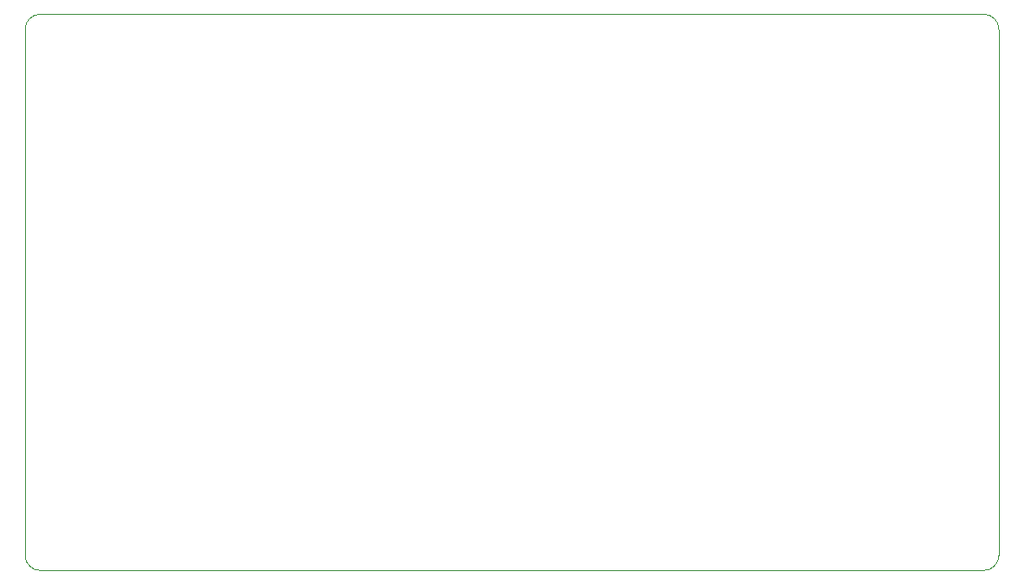
<source format=gbr>
%TF.GenerationSoftware,KiCad,Pcbnew,8.0.3*%
%TF.CreationDate,2024-06-29T12:04:23+02:00*%
%TF.ProjectId,business_card,62757369-6e65-4737-935f-636172642e6b,v01*%
%TF.SameCoordinates,PX6590fa0PY7bfa480*%
%TF.FileFunction,Profile,NP*%
%FSLAX46Y46*%
G04 Gerber Fmt 4.6, Leading zero omitted, Abs format (unit mm)*
G04 Created by KiCad (PCBNEW 8.0.3) date 2024-06-29 12:04:23*
%MOMM*%
%LPD*%
G01*
G04 APERTURE LIST*
%TA.AperFunction,Profile*%
%ADD10C,0.100000*%
%TD*%
G04 APERTURE END LIST*
D10*
X1989949Y599949D02*
G75*
G02*
X589949Y1999949I51J1400051D01*
G01*
X589949Y1999949D02*
X600000Y50000000D01*
X89500000Y1990000D02*
X89500051Y50000051D01*
X600000Y50000000D02*
G75*
G02*
X2000000Y51400000I1400000J0D01*
G01*
X89500000Y1990000D02*
G75*
G02*
X88100000Y590000I-1400000J0D01*
G01*
X1989949Y599949D02*
X88100000Y590000D01*
X88100051Y51400051D02*
G75*
G02*
X89500051Y50000051I-51J-1400051D01*
G01*
X2000000Y51400000D02*
X88100051Y51400051D01*
M02*

</source>
